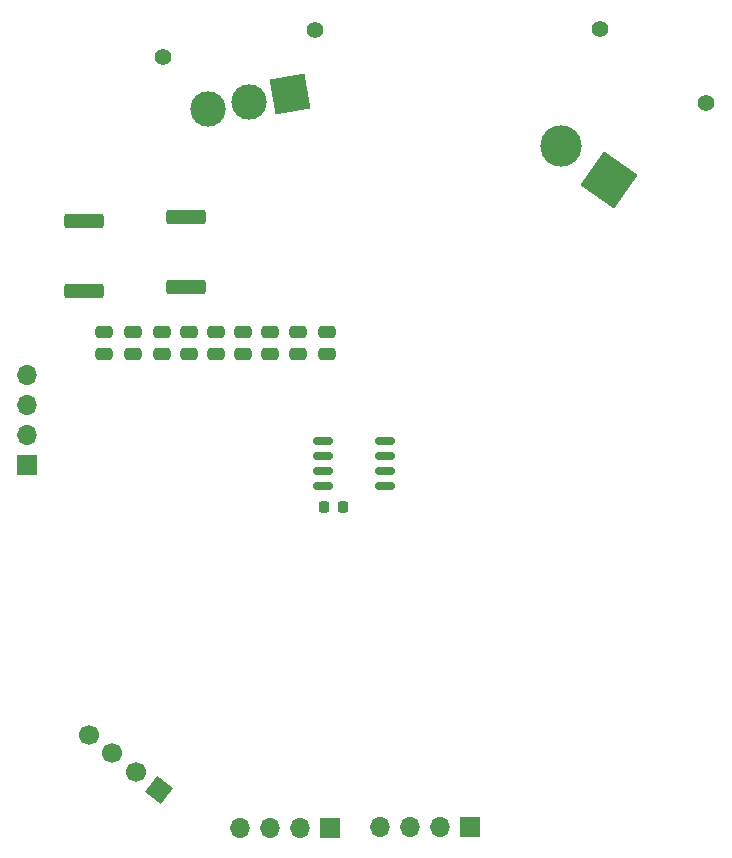
<source format=gbr>
%TF.GenerationSoftware,KiCad,Pcbnew,(6.0.6)*%
%TF.CreationDate,2022-10-06T10:21:30+08:00*%
%TF.ProjectId,rm_foc_driver,726d5f66-6f63-45f6-9472-697665722e6b,rev?*%
%TF.SameCoordinates,Original*%
%TF.FileFunction,Soldermask,Bot*%
%TF.FilePolarity,Negative*%
%FSLAX46Y46*%
G04 Gerber Fmt 4.6, Leading zero omitted, Abs format (unit mm)*
G04 Created by KiCad (PCBNEW (6.0.6)) date 2022-10-06 10:21:30*
%MOMM*%
%LPD*%
G01*
G04 APERTURE LIST*
G04 Aperture macros list*
%AMRoundRect*
0 Rectangle with rounded corners*
0 $1 Rounding radius*
0 $2 $3 $4 $5 $6 $7 $8 $9 X,Y pos of 4 corners*
0 Add a 4 corners polygon primitive as box body*
4,1,4,$2,$3,$4,$5,$6,$7,$8,$9,$2,$3,0*
0 Add four circle primitives for the rounded corners*
1,1,$1+$1,$2,$3*
1,1,$1+$1,$4,$5*
1,1,$1+$1,$6,$7*
1,1,$1+$1,$8,$9*
0 Add four rect primitives between the rounded corners*
20,1,$1+$1,$2,$3,$4,$5,0*
20,1,$1+$1,$4,$5,$6,$7,0*
20,1,$1+$1,$6,$7,$8,$9,0*
20,1,$1+$1,$8,$9,$2,$3,0*%
%AMHorizOval*
0 Thick line with rounded ends*
0 $1 width*
0 $2 $3 position (X,Y) of the first rounded end (center of the circle)*
0 $4 $5 position (X,Y) of the second rounded end (center of the circle)*
0 Add line between two ends*
20,1,$1,$2,$3,$4,$5,0*
0 Add two circle primitives to create the rounded ends*
1,1,$1,$2,$3*
1,1,$1,$4,$5*%
%AMRotRect*
0 Rectangle, with rotation*
0 The origin of the aperture is its center*
0 $1 length*
0 $2 width*
0 $3 Rotation angle, in degrees counterclockwise*
0 Add horizontal line*
21,1,$1,$2,0,0,$3*%
G04 Aperture macros list end*
%ADD10RotRect,1.700000X1.700000X232.000000*%
%ADD11HorizOval,1.700000X0.000000X0.000000X0.000000X0.000000X0*%
%ADD12R,1.700000X1.700000*%
%ADD13O,1.700000X1.700000*%
%ADD14C,1.400000*%
%ADD15RotRect,3.500000X3.500000X325.000000*%
%ADD16C,3.500000*%
%ADD17RotRect,3.000000X3.000000X10.000000*%
%ADD18C,3.000000*%
%ADD19RoundRect,0.250000X-0.475000X0.250000X-0.475000X-0.250000X0.475000X-0.250000X0.475000X0.250000X0*%
%ADD20RoundRect,0.225000X-0.225000X-0.250000X0.225000X-0.250000X0.225000X0.250000X-0.225000X0.250000X0*%
%ADD21RoundRect,0.150000X-0.675000X-0.150000X0.675000X-0.150000X0.675000X0.150000X-0.675000X0.150000X0*%
%ADD22RoundRect,0.250000X-1.425000X0.362500X-1.425000X-0.362500X1.425000X-0.362500X1.425000X0.362500X0*%
G04 APERTURE END LIST*
D10*
%TO.C,J4*%
X148590000Y-128651000D03*
D11*
X146588453Y-127087220D03*
X144586905Y-125523440D03*
X142585358Y-123959660D03*
%TD*%
D12*
%TO.C,J1*%
X174869000Y-131769000D03*
D13*
X172329000Y-131769000D03*
X169789000Y-131769000D03*
X167249000Y-131769000D03*
%TD*%
D14*
%TO.C,J6*%
X194883220Y-70491209D03*
X185872548Y-64181868D03*
D15*
X186690000Y-76962000D03*
D16*
X182594240Y-74094118D03*
%TD*%
D14*
%TO.C,J8*%
X161715778Y-64309412D03*
X148913278Y-66566838D03*
D17*
X159629596Y-69754395D03*
D18*
X156182769Y-70362164D03*
X152735942Y-70969932D03*
%TD*%
D12*
%TO.C,J3*%
X163068000Y-131826000D03*
D13*
X160528000Y-131826000D03*
X157988000Y-131826000D03*
X155448000Y-131826000D03*
%TD*%
D12*
%TO.C,J2*%
X137414000Y-101092000D03*
D13*
X137414000Y-98552000D03*
X137414000Y-96012000D03*
X137414000Y-93472000D03*
%TD*%
D19*
%TO.C,C33*%
X153370000Y-89857000D03*
X153370000Y-91757000D03*
%TD*%
D20*
%TO.C,C16*%
X162547000Y-104648000D03*
X164097000Y-104648000D03*
%TD*%
D19*
%TO.C,C24*%
X143891000Y-89855000D03*
X143891000Y-91755000D03*
%TD*%
%TO.C,C26*%
X148798000Y-89857000D03*
X148798000Y-91757000D03*
%TD*%
%TO.C,C29*%
X160355000Y-89857000D03*
X160355000Y-91757000D03*
%TD*%
D21*
%TO.C,U7*%
X162475000Y-102870000D03*
X162475000Y-101600000D03*
X162475000Y-100330000D03*
X162475000Y-99060000D03*
X167725000Y-99060000D03*
X167725000Y-100330000D03*
X167725000Y-101600000D03*
X167725000Y-102870000D03*
%TD*%
D22*
%TO.C,R10*%
X142240000Y-80476500D03*
X142240000Y-86401500D03*
%TD*%
%TO.C,R11*%
X150876000Y-80095500D03*
X150876000Y-86020500D03*
%TD*%
D19*
%TO.C,C30*%
X157942000Y-89857000D03*
X157942000Y-91757000D03*
%TD*%
%TO.C,C32*%
X151084000Y-89857000D03*
X151084000Y-91757000D03*
%TD*%
%TO.C,C27*%
X162768000Y-89857000D03*
X162768000Y-91757000D03*
%TD*%
%TO.C,C25*%
X146385000Y-89857000D03*
X146385000Y-91757000D03*
%TD*%
%TO.C,C31*%
X155656000Y-89857000D03*
X155656000Y-91757000D03*
%TD*%
M02*

</source>
